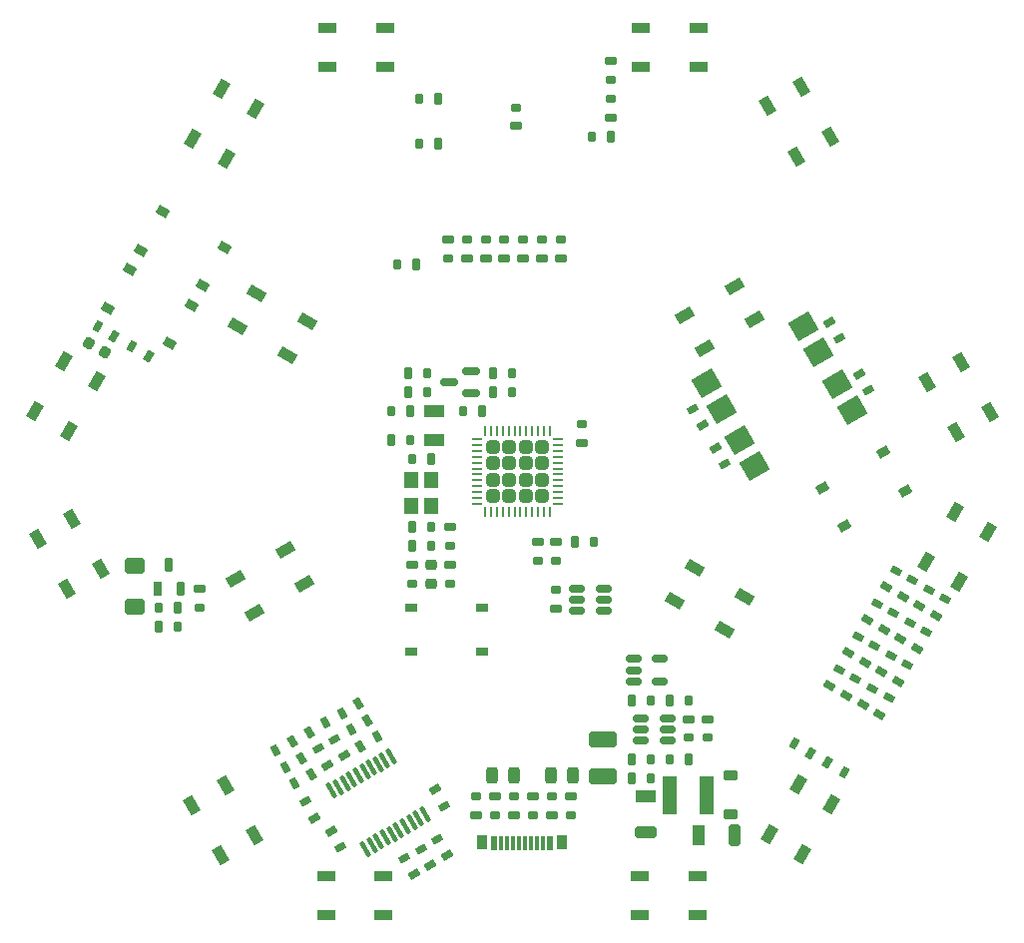
<source format=gbr>
%TF.GenerationSoftware,KiCad,Pcbnew,7.0.9*%
%TF.CreationDate,2024-05-28T15:48:04+02:00*%
%TF.ProjectId,ESP_DB_v1.0,4553505f-4442-45f7-9631-2e302e6b6963,rev?*%
%TF.SameCoordinates,Original*%
%TF.FileFunction,Paste,Top*%
%TF.FilePolarity,Positive*%
%FSLAX46Y46*%
G04 Gerber Fmt 4.6, Leading zero omitted, Abs format (unit mm)*
G04 Created by KiCad (PCBNEW 7.0.9) date 2024-05-28 15:48:04*
%MOMM*%
%LPD*%
G01*
G04 APERTURE LIST*
G04 Aperture macros list*
%AMRoundRect*
0 Rectangle with rounded corners*
0 $1 Rounding radius*
0 $2 $3 $4 $5 $6 $7 $8 $9 X,Y pos of 4 corners*
0 Add a 4 corners polygon primitive as box body*
4,1,4,$2,$3,$4,$5,$6,$7,$8,$9,$2,$3,0*
0 Add four circle primitives for the rounded corners*
1,1,$1+$1,$2,$3*
1,1,$1+$1,$4,$5*
1,1,$1+$1,$6,$7*
1,1,$1+$1,$8,$9*
0 Add four rect primitives between the rounded corners*
20,1,$1+$1,$2,$3,$4,$5,0*
20,1,$1+$1,$4,$5,$6,$7,0*
20,1,$1+$1,$6,$7,$8,$9,0*
20,1,$1+$1,$8,$9,$2,$3,0*%
%AMRotRect*
0 Rectangle, with rotation*
0 The origin of the aperture is its center*
0 $1 length*
0 $2 width*
0 $3 Rotation angle, in degrees counterclockwise*
0 Add horizontal line*
21,1,$1,$2,0,0,$3*%
G04 Aperture macros list end*
%ADD10RoundRect,0.030000X-0.270000X-0.430000X0.270000X-0.430000X0.270000X0.430000X-0.270000X0.430000X0*%
%ADD11RoundRect,0.090000X-0.210000X-0.370000X0.210000X-0.370000X0.210000X0.370000X-0.210000X0.370000X0*%
%ADD12RoundRect,0.030000X0.507391X-0.018827X0.237391X0.448827X-0.507391X0.018827X-0.237391X-0.448827X0*%
%ADD13RoundRect,0.090000X0.425429X0.003135X0.215429X0.366865X-0.425429X-0.003135X-0.215429X-0.366865X0*%
%ADD14RoundRect,0.030000X0.448827X0.237391X-0.018827X0.507391X-0.448827X-0.237391X0.018827X-0.507391X0*%
%ADD15RoundRect,0.090000X0.366865X0.215429X0.003135X0.425429X-0.366865X-0.215429X-0.003135X-0.425429X0*%
%ADD16RoundRect,0.030000X-0.430000X0.270000X-0.430000X-0.270000X0.430000X-0.270000X0.430000X0.270000X0*%
%ADD17RoundRect,0.090000X-0.370000X0.210000X-0.370000X-0.210000X0.370000X-0.210000X0.370000X0.210000X0*%
%ADD18RoundRect,0.243750X-0.243750X-0.456250X0.243750X-0.456250X0.243750X0.456250X-0.243750X0.456250X0*%
%ADD19RoundRect,0.030000X0.237391X-0.448827X0.507391X0.018827X-0.237391X0.448827X-0.507391X-0.018827X0*%
%ADD20RoundRect,0.090000X0.215429X-0.366865X0.425429X-0.003135X-0.215429X0.366865X-0.425429X0.003135X0*%
%ADD21RoundRect,0.030000X0.430000X-0.270000X0.430000X0.270000X-0.430000X0.270000X-0.430000X-0.270000X0*%
%ADD22RoundRect,0.090000X0.370000X-0.210000X0.370000X0.210000X-0.370000X0.210000X-0.370000X-0.210000X0*%
%ADD23RoundRect,0.100000X-0.405353X0.502091X0.232147X-0.602091X0.405353X-0.502091X-0.232147X0.602091X0*%
%ADD24RotRect,1.500000X0.900000X240.000000*%
%ADD25RoundRect,0.030000X-0.018827X-0.507391X0.448827X-0.237391X0.018827X0.507391X-0.448827X0.237391X0*%
%ADD26RoundRect,0.090000X0.003135X-0.425429X0.366865X-0.215429X-0.003135X0.425429X-0.366865X0.215429X0*%
%ADD27RotRect,1.000000X0.750000X150.000000*%
%ADD28RoundRect,0.250000X0.925000X-0.412500X0.925000X0.412500X-0.925000X0.412500X-0.925000X-0.412500X0*%
%ADD29R,0.920000X1.220000*%
%ADD30R,0.600000X1.240000*%
%ADD31R,0.300000X1.240000*%
%ADD32RoundRect,0.218750X-0.317568X-0.112544X0.061318X-0.331294X0.317568X0.112544X-0.061318X0.331294X0*%
%ADD33RoundRect,0.030000X-0.507391X0.018827X-0.237391X-0.448827X0.507391X-0.018827X0.237391X0.448827X0*%
%ADD34RoundRect,0.090000X-0.425429X-0.003135X-0.215429X-0.366865X0.425429X0.003135X0.215429X0.366865X0*%
%ADD35RoundRect,0.150000X-0.512500X-0.150000X0.512500X-0.150000X0.512500X0.150000X-0.512500X0.150000X0*%
%ADD36RoundRect,0.030000X0.270000X-0.570000X0.270000X0.570000X-0.270000X0.570000X-0.270000X-0.570000X0*%
%ADD37RoundRect,0.120000X0.180000X-0.480000X0.180000X0.480000X-0.180000X0.480000X-0.180000X-0.480000X0*%
%ADD38R,1.200000X3.300000*%
%ADD39R,1.500000X0.900000*%
%ADD40RotRect,1.500000X0.900000X60.000000*%
%ADD41RotRect,1.500000X0.900000X300.000000*%
%ADD42RoundRect,0.225000X0.375000X-0.225000X0.375000X0.225000X-0.375000X0.225000X-0.375000X-0.225000X0*%
%ADD43RotRect,1.500000X0.900000X330.000000*%
%ADD44RoundRect,0.030000X0.018827X0.507391X-0.448827X0.237391X-0.018827X-0.507391X0.448827X-0.237391X0*%
%ADD45RoundRect,0.090000X-0.003135X0.425429X-0.366865X0.215429X0.003135X-0.425429X0.366865X-0.215429X0*%
%ADD46R,1.200000X1.400000*%
%ADD47R,1.800000X1.000000*%
%ADD48RoundRect,0.200000X-0.700000X0.300000X-0.700000X-0.300000X0.700000X-0.300000X0.700000X0.300000X0*%
%ADD49RoundRect,0.030000X0.270000X0.430000X-0.270000X0.430000X-0.270000X-0.430000X0.270000X-0.430000X0*%
%ADD50RoundRect,0.090000X0.210000X0.370000X-0.210000X0.370000X-0.210000X-0.370000X0.210000X-0.370000X0*%
%ADD51RotRect,1.000000X0.750000X30.000000*%
%ADD52RoundRect,0.250000X-0.600000X0.400000X-0.600000X-0.400000X0.600000X-0.400000X0.600000X0.400000X0*%
%ADD53RoundRect,0.243750X0.243750X0.456250X-0.243750X0.456250X-0.243750X-0.456250X0.243750X-0.456250X0*%
%ADD54RotRect,1.500000X0.900000X210.000000*%
%ADD55RoundRect,0.030000X-0.448827X-0.237391X0.018827X-0.507391X0.448827X0.237391X-0.018827X0.507391X0*%
%ADD56RoundRect,0.090000X-0.366865X-0.215429X-0.003135X-0.425429X0.366865X0.215429X0.003135X0.425429X0*%
%ADD57R,1.000000X1.800000*%
%ADD58RoundRect,0.200000X-0.300000X-0.700000X0.300000X-0.700000X0.300000X0.700000X-0.300000X0.700000X0*%
%ADD59RotRect,1.500000X0.900000X150.000000*%
%ADD60RotRect,2.000000X1.780000X210.000000*%
%ADD61RotRect,1.500000X0.900000X120.000000*%
%ADD62R,1.000000X0.750000*%
%ADD63RoundRect,0.150000X0.587500X0.150000X-0.587500X0.150000X-0.587500X-0.150000X0.587500X-0.150000X0*%
%ADD64RoundRect,0.218750X0.256250X-0.218750X0.256250X0.218750X-0.256250X0.218750X-0.256250X-0.218750X0*%
%ADD65RoundRect,0.250000X-0.315000X-0.315000X0.315000X-0.315000X0.315000X0.315000X-0.315000X0.315000X0*%
%ADD66RoundRect,0.062500X-0.375000X-0.062500X0.375000X-0.062500X0.375000X0.062500X-0.375000X0.062500X0*%
%ADD67RoundRect,0.062500X-0.062500X-0.375000X0.062500X-0.375000X0.062500X0.375000X-0.062500X0.375000X0*%
G04 APERTURE END LIST*
D10*
%TO.C,C24*%
X93400000Y-88300000D03*
D11*
X95000000Y-88300000D03*
%TD*%
D12*
%TO.C,R5*%
X80800000Y-119092820D03*
D13*
X80000000Y-117707180D03*
%TD*%
D14*
%TO.C,R15*%
X64192820Y-85200000D03*
D15*
X62807180Y-84400000D03*
%TD*%
D16*
%TO.C,C31*%
X98800000Y-101000000D03*
D17*
X98800000Y-102600000D03*
%TD*%
D18*
%TO.C,D9*%
X93362500Y-120800000D03*
X95237500Y-120800000D03*
%TD*%
D19*
%TO.C,R47*%
X126400000Y-111992820D03*
D20*
X127200000Y-110607180D03*
%TD*%
D21*
%TO.C,C32*%
X98800000Y-106600000D03*
D22*
X98800000Y-105000000D03*
%TD*%
D23*
%TO.C,U4*%
X84801874Y-119158502D03*
X84238958Y-119483502D03*
X83676041Y-119808502D03*
X83113125Y-120133502D03*
X82550208Y-120458502D03*
X81987292Y-120783502D03*
X81424375Y-121108502D03*
X80861459Y-121433502D03*
X80298542Y-121758502D03*
X79735626Y-122083502D03*
X82598126Y-127041498D03*
X83161042Y-126716498D03*
X83723959Y-126391498D03*
X84286875Y-126066498D03*
X84849792Y-125741498D03*
X85412708Y-125416498D03*
X85975625Y-125091498D03*
X86538541Y-124766498D03*
X87101458Y-124441498D03*
X87664374Y-124116498D03*
%TD*%
D24*
%TO.C,D18*%
X135453942Y-100103238D03*
X132596058Y-98453238D03*
X130146058Y-102696762D03*
X133003942Y-104346762D03*
%TD*%
D25*
%TO.C,C4*%
X82207180Y-118300000D03*
D26*
X83592820Y-117500000D03*
%TD*%
D27*
%TO.C,SW4*%
X68760576Y-79223798D03*
X63564424Y-76223798D03*
X70635576Y-75976202D03*
X65439424Y-72976202D03*
%TD*%
D28*
%TO.C,C13*%
X102700000Y-120837500D03*
X102700000Y-117762500D03*
%TD*%
D29*
%TO.C,J1*%
X92520000Y-126490000D03*
D30*
X93480000Y-126500000D03*
D31*
X94630000Y-126500000D03*
X95630000Y-126500000D03*
X96130000Y-126500000D03*
X97130000Y-126500000D03*
D30*
X98280000Y-126500000D03*
D29*
X99240000Y-126490000D03*
X99240000Y-126490000D03*
D30*
X98280000Y-126500000D03*
D31*
X97630000Y-126500000D03*
X96630000Y-126500000D03*
X95130000Y-126500000D03*
X94130000Y-126500000D03*
D30*
X93480000Y-126500000D03*
D29*
X92520000Y-126490000D03*
%TD*%
D16*
%TO.C,R3*%
X96800000Y-122600000D03*
D17*
X96800000Y-124200000D03*
%TD*%
D19*
%TO.C,R43*%
X124800000Y-114792820D03*
D20*
X125600000Y-113407180D03*
%TD*%
D19*
%TO.C,R46*%
X125000000Y-111192820D03*
D20*
X125800000Y-109807180D03*
%TD*%
D10*
%TO.C,C30*%
X84800000Y-92300000D03*
D11*
X86400000Y-92300000D03*
%TD*%
D32*
%TO.C,D14*%
X59118005Y-84106250D03*
X60481995Y-84893750D03*
%TD*%
D19*
%TO.C,R56*%
X131000000Y-107192820D03*
D20*
X131800000Y-105807180D03*
%TD*%
D33*
%TO.C,C6*%
X88500000Y-122007180D03*
D34*
X89300000Y-123392820D03*
%TD*%
D21*
%TO.C,R33*%
X94400000Y-76900000D03*
D22*
X94400000Y-75300000D03*
%TD*%
D19*
%TO.C,R49*%
X125200000Y-107592820D03*
D20*
X126000000Y-106207180D03*
%TD*%
D35*
%TO.C,U1*%
X100562500Y-104950000D03*
X100562500Y-105900000D03*
X100562500Y-106850000D03*
X102837500Y-106850000D03*
X102837500Y-105900000D03*
X102837500Y-104950000D03*
%TD*%
D19*
%TO.C,R41*%
X122000000Y-113192820D03*
D20*
X122800000Y-111807180D03*
%TD*%
D14*
%TO.C,R19*%
X61292820Y-83500000D03*
D15*
X59907180Y-82700000D03*
%TD*%
D21*
%TO.C,C19*%
X95400000Y-65700000D03*
D22*
X95400000Y-64100000D03*
%TD*%
D10*
%TO.C,R14*%
X86600000Y-101300000D03*
D11*
X88200000Y-101300000D03*
%TD*%
D36*
%TO.C,Q1*%
X65000000Y-104950000D03*
D37*
X66900000Y-104950000D03*
X65950000Y-102950000D03*
%TD*%
D38*
%TO.C,L1*%
X108450000Y-122500000D03*
X111550000Y-122500000D03*
%TD*%
D10*
%TO.C,C26*%
X86200000Y-88300000D03*
D11*
X87800000Y-88300000D03*
%TD*%
D21*
%TO.C,C25*%
X101000000Y-92600000D03*
D22*
X101000000Y-91000000D03*
%TD*%
D39*
%TO.C,D16*%
X110750000Y-132650000D03*
X110750000Y-129350000D03*
X105850000Y-129350000D03*
X105850000Y-132650000D03*
%TD*%
D10*
%TO.C,R16*%
X93400000Y-86700000D03*
D11*
X95000000Y-86700000D03*
%TD*%
D24*
%TO.C,D17*%
X122153942Y-123203238D03*
X119296058Y-121553238D03*
X116846058Y-125796762D03*
X119703942Y-127446762D03*
%TD*%
D40*
%TO.C,D5*%
X67946058Y-66796762D03*
X70803942Y-68446762D03*
X73253942Y-64203238D03*
X70396058Y-62553238D03*
%TD*%
D41*
%TO.C,D20*%
X119603942Y-62353238D03*
X116746058Y-64003238D03*
X119196058Y-68246762D03*
X122053942Y-66596762D03*
%TD*%
D42*
%TO.C,D11*%
X113600000Y-124050000D03*
X113600000Y-120750000D03*
%TD*%
D35*
%TO.C,U8*%
X105325000Y-110900000D03*
X105325000Y-111850000D03*
X105325000Y-112800000D03*
X107600000Y-112800000D03*
X107600000Y-110900000D03*
%TD*%
D43*
%TO.C,D4*%
X73403238Y-79846058D03*
X71753238Y-82703942D03*
X75996762Y-85153942D03*
X77646762Y-82296058D03*
%TD*%
D33*
%TO.C,R37*%
X124500000Y-86707180D03*
D34*
X125300000Y-88092820D03*
%TD*%
D16*
%TO.C,R12*%
X86600000Y-102900000D03*
D17*
X86600000Y-104500000D03*
%TD*%
D12*
%TO.C,R7*%
X88100000Y-128392820D03*
D13*
X87300000Y-127007180D03*
%TD*%
D16*
%TO.C,C21*%
X103400000Y-60200000D03*
D17*
X103400000Y-61800000D03*
%TD*%
D21*
%TO.C,R4*%
X92000000Y-124200000D03*
D22*
X92000000Y-122600000D03*
%TD*%
D19*
%TO.C,R44*%
X126200000Y-115592820D03*
D20*
X127000000Y-114207180D03*
%TD*%
D44*
%TO.C,C8*%
X81992820Y-114700000D03*
D45*
X80607180Y-115500000D03*
%TD*%
D19*
%TO.C,R45*%
X123600000Y-110392820D03*
D20*
X124400000Y-109007180D03*
%TD*%
D21*
%TO.C,R32*%
X97600000Y-76900000D03*
D22*
X97600000Y-75300000D03*
%TD*%
D46*
%TO.C,Y2*%
X88150000Y-97900000D03*
X88150000Y-95700000D03*
X86450000Y-95700000D03*
X86450000Y-97900000D03*
%TD*%
D12*
%TO.C,R8*%
X89500000Y-127592820D03*
D13*
X88700000Y-126207180D03*
%TD*%
D16*
%TO.C,R21*%
X93600000Y-122600000D03*
D17*
X93600000Y-124200000D03*
%TD*%
D47*
%TO.C,F1*%
X106400000Y-122600000D03*
D48*
X106400000Y-125600000D03*
%TD*%
D49*
%TO.C,C27*%
X88200000Y-93900000D03*
D50*
X86600000Y-93900000D03*
%TD*%
D12*
%TO.C,C10*%
X78300000Y-124392820D03*
D13*
X77500000Y-123007180D03*
%TD*%
D39*
%TO.C,D22*%
X79350000Y-57350000D03*
X79350000Y-60650000D03*
X84250000Y-60650000D03*
X84250000Y-57350000D03*
%TD*%
D16*
%TO.C,R22*%
X89800000Y-99700000D03*
D17*
X89800000Y-101300000D03*
%TD*%
D51*
%TO.C,SW1*%
X121364424Y-96376202D03*
X126560576Y-93376202D03*
X123239424Y-99623798D03*
X128435576Y-96623798D03*
%TD*%
D52*
%TO.C,D23*%
X63000000Y-103000000D03*
X63000000Y-106500000D03*
%TD*%
D53*
%TO.C,D10*%
X100237500Y-120800000D03*
X98362500Y-120800000D03*
%TD*%
D19*
%TO.C,R42*%
X123400000Y-113992820D03*
D20*
X124200000Y-112607180D03*
%TD*%
D54*
%TO.C,D3*%
X77446762Y-104503942D03*
X75796762Y-101646058D03*
X71553238Y-104096058D03*
X73203238Y-106953942D03*
%TD*%
D55*
%TO.C,R39*%
X121807180Y-119700000D03*
D56*
X123192820Y-120500000D03*
%TD*%
D21*
%TO.C,R2*%
X95200000Y-124200000D03*
D22*
X95200000Y-122600000D03*
%TD*%
D27*
%TO.C,SW3*%
X65960576Y-84123798D03*
X60764424Y-81123798D03*
X67835576Y-80876202D03*
X62639424Y-77876202D03*
%TD*%
D57*
%TO.C,F12*%
X110900000Y-125900000D03*
D58*
X113900000Y-125900000D03*
%TD*%
D49*
%TO.C,R27*%
X88800000Y-63400000D03*
D50*
X87200000Y-63400000D03*
%TD*%
D59*
%TO.C,D2*%
X113096762Y-108453942D03*
X114746762Y-105596058D03*
X110503238Y-103146058D03*
X108853238Y-106003942D03*
%TD*%
D54*
%TO.C,D1*%
X115608373Y-82121294D03*
X113958373Y-79263410D03*
X109714849Y-81713410D03*
X111364849Y-84571294D03*
%TD*%
D19*
%TO.C,R52*%
X129400000Y-109992820D03*
D20*
X130200000Y-108607180D03*
%TD*%
D16*
%TO.C,C15*%
X110000000Y-116000000D03*
D17*
X110000000Y-117600000D03*
%TD*%
D60*
%TO.C,U7*%
X123870000Y-89799704D03*
X122600000Y-87600000D03*
X114346778Y-92365000D03*
X115616778Y-94564704D03*
%TD*%
D10*
%TO.C,C18*%
X86200000Y-86700000D03*
D11*
X87800000Y-86700000D03*
%TD*%
D33*
%TO.C,C5*%
X79700000Y-125507180D03*
D34*
X80500000Y-126892820D03*
%TD*%
D16*
%TO.C,R18*%
X89800000Y-102900000D03*
D17*
X89800000Y-104500000D03*
%TD*%
D21*
%TO.C,R1*%
X98400000Y-124200000D03*
D22*
X98400000Y-122600000D03*
%TD*%
D16*
%TO.C,R20*%
X100000000Y-122600000D03*
D17*
X100000000Y-124200000D03*
%TD*%
D35*
%TO.C,U5*%
X105962500Y-115950000D03*
X105962500Y-116900000D03*
X105962500Y-117850000D03*
X108237500Y-117850000D03*
X108237500Y-116900000D03*
X108237500Y-115950000D03*
%TD*%
D33*
%TO.C,R35*%
X122000000Y-82307180D03*
D34*
X122800000Y-83692820D03*
%TD*%
D44*
%TO.C,C9*%
X77992820Y-120700000D03*
D45*
X76607180Y-121500000D03*
%TD*%
D10*
%TO.C,R10*%
X105200000Y-114400000D03*
D11*
X106800000Y-114400000D03*
%TD*%
D21*
%TO.C,R29*%
X92800000Y-76900000D03*
D22*
X92800000Y-75300000D03*
%TD*%
D49*
%TO.C,R23*%
X86900000Y-77400000D03*
D50*
X85300000Y-77400000D03*
%TD*%
D44*
%TO.C,C7*%
X77192820Y-119300000D03*
D45*
X75807180Y-120100000D03*
%TD*%
D14*
%TO.C,R40*%
X120392820Y-118900000D03*
D15*
X119007180Y-118100000D03*
%TD*%
D19*
%TO.C,R54*%
X128200000Y-105592820D03*
D20*
X129000000Y-104207180D03*
%TD*%
D49*
%TO.C,C14*%
X110000000Y-119400000D03*
D50*
X108400000Y-119400000D03*
%TD*%
D44*
%TO.C,C3*%
X82792820Y-116100000D03*
D45*
X81407180Y-116900000D03*
%TD*%
D61*
%TO.C,D7*%
X57296058Y-104946762D03*
X60153942Y-103296762D03*
X57703942Y-99053238D03*
X54846058Y-100703238D03*
%TD*%
D49*
%TO.C,C22*%
X92500000Y-89900000D03*
D50*
X90900000Y-89900000D03*
%TD*%
D12*
%TO.C,R6*%
X79400000Y-119892820D03*
D13*
X78600000Y-118507180D03*
%TD*%
D19*
%TO.C,R48*%
X127800000Y-112792820D03*
D20*
X128600000Y-111407180D03*
%TD*%
D16*
%TO.C,C20*%
X89600000Y-75300000D03*
D17*
X89600000Y-76900000D03*
%TD*%
D62*
%TO.C,SW2*%
X86500000Y-106525000D03*
X92500000Y-106525000D03*
X86500000Y-110275000D03*
X92500000Y-110275000D03*
%TD*%
D16*
%TO.C,C16*%
X111600000Y-116000000D03*
D17*
X111600000Y-117600000D03*
%TD*%
D12*
%TO.C,R36*%
X111200000Y-91092820D03*
D13*
X110400000Y-89707180D03*
%TD*%
D39*
%TO.C,D21*%
X105950000Y-57350000D03*
X105950000Y-60650000D03*
X110850000Y-60650000D03*
X110850000Y-57350000D03*
%TD*%
D19*
%TO.C,R50*%
X126600000Y-108392820D03*
D20*
X127400000Y-107007180D03*
%TD*%
D63*
%TO.C,D13*%
X91537500Y-88350000D03*
X91537500Y-86450000D03*
X89662500Y-87400000D03*
%TD*%
D49*
%TO.C,R26*%
X88800000Y-67200000D03*
D50*
X87200000Y-67200000D03*
%TD*%
D60*
%TO.C,U2*%
X121061611Y-84917352D03*
X119791611Y-82717648D03*
X111538389Y-87482648D03*
X112808389Y-89682352D03*
%TD*%
D25*
%TO.C,C1*%
X77807180Y-117100000D03*
D26*
X79192820Y-116300000D03*
%TD*%
D21*
%TO.C,R13*%
X103400000Y-65000000D03*
D22*
X103400000Y-63400000D03*
%TD*%
D10*
%TO.C,C12*%
X105200000Y-121000000D03*
D11*
X106800000Y-121000000D03*
%TD*%
D64*
%TO.C,D12*%
X88200000Y-104487500D03*
X88200000Y-102912500D03*
%TD*%
D10*
%TO.C,C11*%
X105200000Y-119400000D03*
D11*
X106800000Y-119400000D03*
%TD*%
D12*
%TO.C,R9*%
X86700000Y-129192820D03*
D13*
X85900000Y-127807180D03*
%TD*%
D44*
%TO.C,C2*%
X76392820Y-117900000D03*
D45*
X75007180Y-118700000D03*
%TD*%
D16*
%TO.C,R25*%
X68550000Y-104950000D03*
D17*
X68550000Y-106550000D03*
%TD*%
D65*
%TO.C,U6*%
X93400000Y-92900000D03*
X93400000Y-94300000D03*
X93400000Y-95700000D03*
X93400000Y-97100000D03*
X94800000Y-92900000D03*
X94800000Y-94300000D03*
X94800000Y-95700000D03*
X94800000Y-97100000D03*
X96200000Y-92900000D03*
X96200000Y-94300000D03*
X96200000Y-95700000D03*
X96200000Y-97100000D03*
X97600000Y-92900000D03*
X97600000Y-94300000D03*
X97600000Y-95700000D03*
X97600000Y-97100000D03*
D66*
X92062500Y-92250000D03*
X92062500Y-92750000D03*
X92062500Y-93250000D03*
X92062500Y-93750000D03*
X92062500Y-94250000D03*
X92062500Y-94750000D03*
X92062500Y-95250000D03*
X92062500Y-95750000D03*
X92062500Y-96250000D03*
X92062500Y-96750000D03*
X92062500Y-97250000D03*
X92062500Y-97750000D03*
D67*
X92750000Y-98437500D03*
X93250000Y-98437500D03*
X93750000Y-98437500D03*
X94250000Y-98437500D03*
X94750000Y-98437500D03*
X95250000Y-98437500D03*
X95750000Y-98437500D03*
X96250000Y-98437500D03*
X96750000Y-98437500D03*
X97250000Y-98437500D03*
X97750000Y-98437500D03*
X98250000Y-98437500D03*
D66*
X98937500Y-97750000D03*
X98937500Y-97250000D03*
X98937500Y-96750000D03*
X98937500Y-96250000D03*
X98937500Y-95750000D03*
X98937500Y-95250000D03*
X98937500Y-94750000D03*
X98937500Y-94250000D03*
X98937500Y-93750000D03*
X98937500Y-93250000D03*
X98937500Y-92750000D03*
X98937500Y-92250000D03*
D67*
X98250000Y-91562500D03*
X97750000Y-91562500D03*
X97250000Y-91562500D03*
X96750000Y-91562500D03*
X96250000Y-91562500D03*
X95750000Y-91562500D03*
X95250000Y-91562500D03*
X94750000Y-91562500D03*
X94250000Y-91562500D03*
X93750000Y-91562500D03*
X93250000Y-91562500D03*
X92750000Y-91562500D03*
%TD*%
D39*
%TO.C,D15*%
X84150000Y-132650000D03*
X84150000Y-129350000D03*
X79250000Y-129350000D03*
X79250000Y-132650000D03*
%TD*%
D19*
%TO.C,R53*%
X126800000Y-104792820D03*
D20*
X127600000Y-103407180D03*
%TD*%
D10*
%TO.C,C23*%
X100400000Y-101000000D03*
D11*
X102000000Y-101000000D03*
%TD*%
D49*
%TO.C,C17*%
X103400000Y-66600000D03*
D50*
X101800000Y-66600000D03*
%TD*%
D21*
%TO.C,R34*%
X96000000Y-76900000D03*
D22*
X96000000Y-75300000D03*
%TD*%
D21*
%TO.C,R30*%
X91200000Y-76900000D03*
D22*
X91200000Y-75300000D03*
%TD*%
D33*
%TO.C,R38*%
X112300000Y-93007180D03*
D34*
X113100000Y-94392820D03*
%TD*%
D16*
%TO.C,R17*%
X97200000Y-101000000D03*
D17*
X97200000Y-102600000D03*
%TD*%
D19*
%TO.C,R51*%
X128000000Y-109192820D03*
D20*
X128800000Y-107807180D03*
%TD*%
D61*
%TO.C,D8*%
X70296058Y-127546762D03*
X73153942Y-125896762D03*
X70703942Y-121653238D03*
X67846058Y-123303238D03*
%TD*%
D41*
%TO.C,D19*%
X133103942Y-85753238D03*
X130246058Y-87403238D03*
X132696058Y-91646762D03*
X135553942Y-89996762D03*
%TD*%
D49*
%TO.C,C29*%
X86400000Y-89900000D03*
D50*
X84800000Y-89900000D03*
%TD*%
D49*
%TO.C,R24*%
X66700000Y-106550000D03*
D50*
X65100000Y-106550000D03*
%TD*%
D10*
%TO.C,R11*%
X108400000Y-114400000D03*
D11*
X110000000Y-114400000D03*
%TD*%
D47*
%TO.C,Y1*%
X88400000Y-89850000D03*
X88400000Y-92350000D03*
%TD*%
D19*
%TO.C,R55*%
X129600000Y-106392820D03*
D20*
X130400000Y-105007180D03*
%TD*%
D40*
%TO.C,D6*%
X54546058Y-89896762D03*
X57403942Y-91546762D03*
X59853942Y-87303238D03*
X56996058Y-85653238D03*
%TD*%
D10*
%TO.C,C28*%
X86600000Y-99700000D03*
D11*
X88200000Y-99700000D03*
%TD*%
D10*
%TO.C,R28*%
X65100000Y-108200000D03*
D11*
X66700000Y-108200000D03*
%TD*%
D21*
%TO.C,R31*%
X99200000Y-76900000D03*
D22*
X99200000Y-75300000D03*
%TD*%
M02*

</source>
